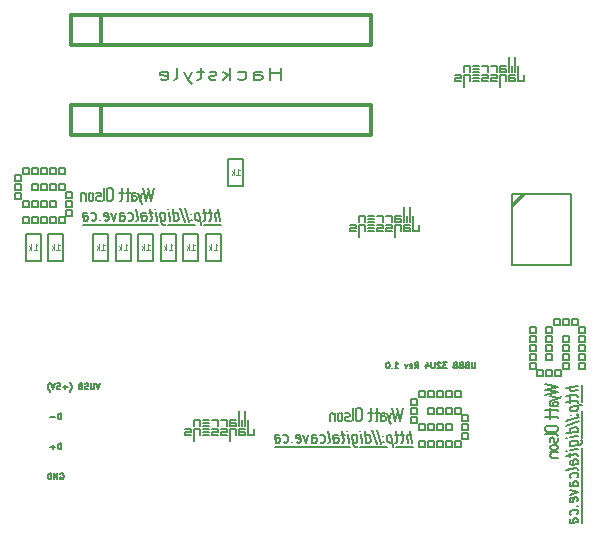
<source format=gbo>
G04 (created by PCBNEW (2014-01-10 BZR 4027)-stable) date Thursday, November 27, 2014 'pmt' 01:46:01 pm*
%MOIN*%
G04 Gerber Fmt 3.4, Leading zero omitted, Abs format*
%FSLAX34Y34*%
G01*
G70*
G90*
G04 APERTURE LIST*
%ADD10C,0.00393701*%
%ADD11C,0.005*%
%ADD12C,0.00590551*%
%ADD13C,0.011811*%
%ADD14C,0.012*%
%ADD15C,0.0045*%
G04 APERTURE END LIST*
G54D10*
G54D11*
X71902Y-38040D02*
X71921Y-38030D01*
X71950Y-38030D01*
X71978Y-38040D01*
X71997Y-38059D01*
X72007Y-38078D01*
X72016Y-38116D01*
X72016Y-38145D01*
X72007Y-38183D01*
X71997Y-38202D01*
X71978Y-38221D01*
X71950Y-38230D01*
X71930Y-38230D01*
X71902Y-38221D01*
X71892Y-38211D01*
X71892Y-38145D01*
X71930Y-38145D01*
X71807Y-38230D02*
X71807Y-38030D01*
X71692Y-38230D01*
X71692Y-38030D01*
X71597Y-38230D02*
X71597Y-38030D01*
X71550Y-38030D01*
X71521Y-38040D01*
X71502Y-38059D01*
X71492Y-38078D01*
X71483Y-38116D01*
X71483Y-38145D01*
X71492Y-38183D01*
X71502Y-38202D01*
X71521Y-38221D01*
X71550Y-38230D01*
X71597Y-38230D01*
X71926Y-37230D02*
X71926Y-37030D01*
X71878Y-37030D01*
X71850Y-37040D01*
X71830Y-37059D01*
X71821Y-37078D01*
X71811Y-37116D01*
X71811Y-37145D01*
X71821Y-37183D01*
X71830Y-37202D01*
X71850Y-37221D01*
X71878Y-37230D01*
X71926Y-37230D01*
X71726Y-37154D02*
X71573Y-37154D01*
X71650Y-37230D02*
X71650Y-37078D01*
X71926Y-36230D02*
X71926Y-36030D01*
X71878Y-36030D01*
X71850Y-36040D01*
X71830Y-36059D01*
X71821Y-36078D01*
X71811Y-36116D01*
X71811Y-36145D01*
X71821Y-36183D01*
X71830Y-36202D01*
X71850Y-36221D01*
X71878Y-36230D01*
X71926Y-36230D01*
X71726Y-36154D02*
X71573Y-36154D01*
X73230Y-35030D02*
X73164Y-35230D01*
X73097Y-35030D01*
X73030Y-35030D02*
X73030Y-35192D01*
X73021Y-35211D01*
X73011Y-35221D01*
X72992Y-35230D01*
X72954Y-35230D01*
X72935Y-35221D01*
X72926Y-35211D01*
X72916Y-35192D01*
X72916Y-35030D01*
X72830Y-35221D02*
X72802Y-35230D01*
X72754Y-35230D01*
X72735Y-35221D01*
X72726Y-35211D01*
X72716Y-35192D01*
X72716Y-35173D01*
X72726Y-35154D01*
X72735Y-35145D01*
X72754Y-35135D01*
X72792Y-35126D01*
X72811Y-35116D01*
X72821Y-35107D01*
X72830Y-35088D01*
X72830Y-35069D01*
X72821Y-35050D01*
X72811Y-35040D01*
X72792Y-35030D01*
X72745Y-35030D01*
X72716Y-35040D01*
X72564Y-35126D02*
X72535Y-35135D01*
X72526Y-35145D01*
X72516Y-35164D01*
X72516Y-35192D01*
X72526Y-35211D01*
X72535Y-35221D01*
X72554Y-35230D01*
X72630Y-35230D01*
X72630Y-35030D01*
X72564Y-35030D01*
X72545Y-35040D01*
X72535Y-35050D01*
X72526Y-35069D01*
X72526Y-35088D01*
X72535Y-35107D01*
X72545Y-35116D01*
X72564Y-35126D01*
X72630Y-35126D01*
X72221Y-35307D02*
X72230Y-35297D01*
X72250Y-35269D01*
X72259Y-35250D01*
X72269Y-35221D01*
X72278Y-35173D01*
X72278Y-35135D01*
X72269Y-35088D01*
X72259Y-35059D01*
X72250Y-35040D01*
X72230Y-35011D01*
X72221Y-35002D01*
X72145Y-35154D02*
X71992Y-35154D01*
X72069Y-35230D02*
X72069Y-35078D01*
X71802Y-35030D02*
X71897Y-35030D01*
X71907Y-35126D01*
X71897Y-35116D01*
X71878Y-35107D01*
X71830Y-35107D01*
X71811Y-35116D01*
X71802Y-35126D01*
X71792Y-35145D01*
X71792Y-35192D01*
X71802Y-35211D01*
X71811Y-35221D01*
X71830Y-35230D01*
X71878Y-35230D01*
X71897Y-35221D01*
X71907Y-35211D01*
X71735Y-35030D02*
X71669Y-35230D01*
X71602Y-35030D01*
X71554Y-35307D02*
X71545Y-35297D01*
X71526Y-35269D01*
X71516Y-35250D01*
X71507Y-35221D01*
X71497Y-35173D01*
X71497Y-35135D01*
X71507Y-35088D01*
X71516Y-35059D01*
X71526Y-35040D01*
X71545Y-35011D01*
X71554Y-35002D01*
X85726Y-34330D02*
X85726Y-34492D01*
X85716Y-34511D01*
X85707Y-34521D01*
X85688Y-34530D01*
X85650Y-34530D01*
X85630Y-34521D01*
X85621Y-34511D01*
X85611Y-34492D01*
X85611Y-34330D01*
X85450Y-34426D02*
X85421Y-34435D01*
X85411Y-34445D01*
X85402Y-34464D01*
X85402Y-34492D01*
X85411Y-34511D01*
X85421Y-34521D01*
X85440Y-34530D01*
X85516Y-34530D01*
X85516Y-34330D01*
X85450Y-34330D01*
X85430Y-34340D01*
X85421Y-34350D01*
X85411Y-34369D01*
X85411Y-34388D01*
X85421Y-34407D01*
X85430Y-34416D01*
X85450Y-34426D01*
X85516Y-34426D01*
X85250Y-34426D02*
X85221Y-34435D01*
X85211Y-34445D01*
X85202Y-34464D01*
X85202Y-34492D01*
X85211Y-34511D01*
X85221Y-34521D01*
X85240Y-34530D01*
X85316Y-34530D01*
X85316Y-34330D01*
X85250Y-34330D01*
X85230Y-34340D01*
X85221Y-34350D01*
X85211Y-34369D01*
X85211Y-34388D01*
X85221Y-34407D01*
X85230Y-34416D01*
X85250Y-34426D01*
X85316Y-34426D01*
X85050Y-34426D02*
X85021Y-34435D01*
X85011Y-34445D01*
X85002Y-34464D01*
X85002Y-34492D01*
X85011Y-34511D01*
X85021Y-34521D01*
X85040Y-34530D01*
X85116Y-34530D01*
X85116Y-34330D01*
X85050Y-34330D01*
X85030Y-34340D01*
X85021Y-34350D01*
X85011Y-34369D01*
X85011Y-34388D01*
X85021Y-34407D01*
X85030Y-34416D01*
X85050Y-34426D01*
X85116Y-34426D01*
X84783Y-34330D02*
X84659Y-34330D01*
X84726Y-34407D01*
X84697Y-34407D01*
X84678Y-34416D01*
X84669Y-34426D01*
X84659Y-34445D01*
X84659Y-34492D01*
X84669Y-34511D01*
X84678Y-34521D01*
X84697Y-34530D01*
X84754Y-34530D01*
X84773Y-34521D01*
X84783Y-34511D01*
X84583Y-34350D02*
X84573Y-34340D01*
X84554Y-34330D01*
X84507Y-34330D01*
X84488Y-34340D01*
X84478Y-34350D01*
X84469Y-34369D01*
X84469Y-34388D01*
X84478Y-34416D01*
X84592Y-34530D01*
X84469Y-34530D01*
X84383Y-34330D02*
X84383Y-34492D01*
X84373Y-34511D01*
X84364Y-34521D01*
X84345Y-34530D01*
X84307Y-34530D01*
X84288Y-34521D01*
X84278Y-34511D01*
X84269Y-34492D01*
X84269Y-34330D01*
X84088Y-34397D02*
X84088Y-34530D01*
X84135Y-34321D02*
X84183Y-34464D01*
X84059Y-34464D01*
X83716Y-34530D02*
X83783Y-34435D01*
X83830Y-34530D02*
X83830Y-34330D01*
X83754Y-34330D01*
X83735Y-34340D01*
X83726Y-34350D01*
X83716Y-34369D01*
X83716Y-34397D01*
X83726Y-34416D01*
X83735Y-34426D01*
X83754Y-34435D01*
X83830Y-34435D01*
X83554Y-34521D02*
X83573Y-34530D01*
X83611Y-34530D01*
X83630Y-34521D01*
X83640Y-34502D01*
X83640Y-34426D01*
X83630Y-34407D01*
X83611Y-34397D01*
X83573Y-34397D01*
X83554Y-34407D01*
X83545Y-34426D01*
X83545Y-34445D01*
X83640Y-34464D01*
X83478Y-34397D02*
X83430Y-34530D01*
X83383Y-34397D01*
X83049Y-34530D02*
X83164Y-34530D01*
X83107Y-34530D02*
X83107Y-34330D01*
X83126Y-34359D01*
X83145Y-34378D01*
X83164Y-34388D01*
X82964Y-34511D02*
X82954Y-34521D01*
X82964Y-34530D01*
X82973Y-34521D01*
X82964Y-34511D01*
X82964Y-34530D01*
X82830Y-34330D02*
X82811Y-34330D01*
X82792Y-34340D01*
X82783Y-34350D01*
X82773Y-34369D01*
X82764Y-34407D01*
X82764Y-34454D01*
X82773Y-34492D01*
X82783Y-34511D01*
X82792Y-34521D01*
X82811Y-34530D01*
X82830Y-34530D01*
X82849Y-34521D01*
X82859Y-34511D01*
X82869Y-34492D01*
X82878Y-34454D01*
X82878Y-34407D01*
X82869Y-34369D01*
X82859Y-34350D01*
X82849Y-34340D01*
X82830Y-34330D01*
X79250Y-24909D02*
X79250Y-24515D01*
X79250Y-24703D02*
X78907Y-24703D01*
X78907Y-24909D02*
X78907Y-24515D01*
X78364Y-24909D02*
X78364Y-24703D01*
X78392Y-24665D01*
X78450Y-24646D01*
X78564Y-24646D01*
X78621Y-24665D01*
X78364Y-24890D02*
X78421Y-24909D01*
X78564Y-24909D01*
X78621Y-24890D01*
X78650Y-24853D01*
X78650Y-24815D01*
X78621Y-24778D01*
X78564Y-24759D01*
X78421Y-24759D01*
X78364Y-24740D01*
X77821Y-24890D02*
X77878Y-24909D01*
X77992Y-24909D01*
X78050Y-24890D01*
X78078Y-24871D01*
X78107Y-24834D01*
X78107Y-24721D01*
X78078Y-24684D01*
X78050Y-24665D01*
X77992Y-24646D01*
X77878Y-24646D01*
X77821Y-24665D01*
X77564Y-24909D02*
X77564Y-24515D01*
X77507Y-24759D02*
X77335Y-24909D01*
X77335Y-24646D02*
X77564Y-24796D01*
X77107Y-24890D02*
X77050Y-24909D01*
X76935Y-24909D01*
X76878Y-24890D01*
X76850Y-24853D01*
X76850Y-24834D01*
X76878Y-24796D01*
X76935Y-24778D01*
X77021Y-24778D01*
X77078Y-24759D01*
X77107Y-24721D01*
X77107Y-24703D01*
X77078Y-24665D01*
X77021Y-24646D01*
X76935Y-24646D01*
X76878Y-24665D01*
X76678Y-24646D02*
X76450Y-24646D01*
X76592Y-24515D02*
X76592Y-24853D01*
X76564Y-24890D01*
X76507Y-24909D01*
X76450Y-24909D01*
X76307Y-24646D02*
X76164Y-24909D01*
X76021Y-24646D02*
X76164Y-24909D01*
X76221Y-25003D01*
X76250Y-25021D01*
X76307Y-25040D01*
X75707Y-24909D02*
X75764Y-24890D01*
X75792Y-24853D01*
X75792Y-24515D01*
X75250Y-24890D02*
X75307Y-24909D01*
X75421Y-24909D01*
X75478Y-24890D01*
X75507Y-24853D01*
X75507Y-24703D01*
X75478Y-24665D01*
X75421Y-24646D01*
X75307Y-24646D01*
X75250Y-24665D01*
X75221Y-24703D01*
X75221Y-24740D01*
X75507Y-24778D01*
G54D12*
X78150Y-36750D02*
X78150Y-36250D01*
X78350Y-36750D02*
X78350Y-36550D01*
X78150Y-36750D02*
X78350Y-36750D01*
X76050Y-36750D02*
X76250Y-36750D01*
X76050Y-36650D02*
X76050Y-36750D01*
X76250Y-36650D02*
X76050Y-36650D01*
X76250Y-36550D02*
X76250Y-36650D01*
X76050Y-36550D02*
X76250Y-36550D01*
X76350Y-36550D02*
X76350Y-36950D01*
X76550Y-36550D02*
X76350Y-36550D01*
X76550Y-36750D02*
X76550Y-36550D01*
X77550Y-36750D02*
X77550Y-36950D01*
X76850Y-36750D02*
X76650Y-36750D01*
X76850Y-36650D02*
X76650Y-36650D01*
X76850Y-36550D02*
X76650Y-36550D01*
X76950Y-36750D02*
X77150Y-36750D01*
X76950Y-36650D02*
X76950Y-36750D01*
X77150Y-36650D02*
X76950Y-36650D01*
X77150Y-36550D02*
X77150Y-36650D01*
X76950Y-36550D02*
X77150Y-36550D01*
X77250Y-36750D02*
X77450Y-36750D01*
X77250Y-36650D02*
X77250Y-36750D01*
X77450Y-36650D02*
X77250Y-36650D01*
X77450Y-36550D02*
X77450Y-36650D01*
X77250Y-36550D02*
X77450Y-36550D01*
X77550Y-36750D02*
X77550Y-36550D01*
X77750Y-36550D02*
X77550Y-36550D01*
X77750Y-36750D02*
X77750Y-36550D01*
X78050Y-36750D02*
X77850Y-36750D01*
X78050Y-36650D02*
X78050Y-36750D01*
X78050Y-36650D02*
X77850Y-36650D01*
X77850Y-36550D02*
X77850Y-36750D01*
X78050Y-36550D02*
X77850Y-36550D01*
X77850Y-35950D02*
X77850Y-36450D01*
X77950Y-36250D02*
X77950Y-36450D01*
X78050Y-35950D02*
X78050Y-36450D01*
X76350Y-36250D02*
X76350Y-36450D01*
X76550Y-36250D02*
X76350Y-36250D01*
X76550Y-36450D02*
X76550Y-36250D01*
X76850Y-36450D02*
X76650Y-36450D01*
X76850Y-36350D02*
X76650Y-36350D01*
X76850Y-36250D02*
X76650Y-36250D01*
X77150Y-36250D02*
X76950Y-36250D01*
X77150Y-36450D02*
X77150Y-36250D01*
X77450Y-36250D02*
X77250Y-36250D01*
X77450Y-36250D02*
X77450Y-36450D01*
X77750Y-36350D02*
X77550Y-36350D01*
X77750Y-36450D02*
X77750Y-36350D01*
X77550Y-36450D02*
X77750Y-36450D01*
X77550Y-36250D02*
X77550Y-36450D01*
X77750Y-36250D02*
X77550Y-36250D01*
X85050Y-35500D02*
X85250Y-35500D01*
X85250Y-35500D02*
X85250Y-35300D01*
X85250Y-35300D02*
X85050Y-35300D01*
X85050Y-35300D02*
X85050Y-35500D01*
X84750Y-35500D02*
X84950Y-35500D01*
X84950Y-35500D02*
X84950Y-35300D01*
X84950Y-35300D02*
X84750Y-35300D01*
X84750Y-35300D02*
X84750Y-35500D01*
X84450Y-35500D02*
X84650Y-35500D01*
X84650Y-35500D02*
X84650Y-35300D01*
X84650Y-35300D02*
X84450Y-35300D01*
X84450Y-35300D02*
X84450Y-35500D01*
X84150Y-35500D02*
X84350Y-35500D01*
X84350Y-35500D02*
X84350Y-35300D01*
X84350Y-35300D02*
X84150Y-35300D01*
X84150Y-35300D02*
X84150Y-35500D01*
X83850Y-35500D02*
X84050Y-35500D01*
X84050Y-35500D02*
X84050Y-35300D01*
X84050Y-35300D02*
X83850Y-35300D01*
X83850Y-35300D02*
X83850Y-35500D01*
X83600Y-35750D02*
X83800Y-35750D01*
X83800Y-35750D02*
X83800Y-35550D01*
X83800Y-35550D02*
X83600Y-35550D01*
X83600Y-35550D02*
X83600Y-35750D01*
X83800Y-36050D02*
X83800Y-35850D01*
X83800Y-35850D02*
X83600Y-35850D01*
X83600Y-35850D02*
X83600Y-36050D01*
X83600Y-36050D02*
X83800Y-36050D01*
X83800Y-36350D02*
X83800Y-36150D01*
X83800Y-36150D02*
X83600Y-36150D01*
X83600Y-36150D02*
X83600Y-36350D01*
X83600Y-36350D02*
X83800Y-36350D01*
X84050Y-36600D02*
X84050Y-36400D01*
X84050Y-36400D02*
X83850Y-36400D01*
X83850Y-36400D02*
X83850Y-36600D01*
X83850Y-36600D02*
X84050Y-36600D01*
X84350Y-36400D02*
X84350Y-36600D01*
X84350Y-36600D02*
X84150Y-36600D01*
X84150Y-36600D02*
X84150Y-36400D01*
X84150Y-36400D02*
X84350Y-36400D01*
X84650Y-36600D02*
X84650Y-36400D01*
X84650Y-36400D02*
X84450Y-36400D01*
X84450Y-36400D02*
X84450Y-36600D01*
X84450Y-36600D02*
X84650Y-36600D01*
X84950Y-36400D02*
X84950Y-36600D01*
X84950Y-36600D02*
X84750Y-36600D01*
X84750Y-36600D02*
X84750Y-36400D01*
X84750Y-36400D02*
X84950Y-36400D01*
X84350Y-35850D02*
X84350Y-36050D01*
X84350Y-36050D02*
X84150Y-36050D01*
X84150Y-36050D02*
X84150Y-35850D01*
X84150Y-35850D02*
X84350Y-35850D01*
X84650Y-35850D02*
X84450Y-35850D01*
X84450Y-35850D02*
X84450Y-36050D01*
X84650Y-35850D02*
X84650Y-36050D01*
X84650Y-36050D02*
X84450Y-36050D01*
X84950Y-36050D02*
X84950Y-35850D01*
X84950Y-35850D02*
X84750Y-35850D01*
X84750Y-35850D02*
X84750Y-36050D01*
X84750Y-36050D02*
X84950Y-36050D01*
X85250Y-36050D02*
X85250Y-35850D01*
X85250Y-35850D02*
X85050Y-35850D01*
X85050Y-35850D02*
X85050Y-36050D01*
X85050Y-36050D02*
X85250Y-36050D01*
X85300Y-36300D02*
X85500Y-36300D01*
X85500Y-36300D02*
X85500Y-36100D01*
X85500Y-36100D02*
X85300Y-36100D01*
X85300Y-36100D02*
X85300Y-36300D01*
X85300Y-36600D02*
X85500Y-36600D01*
X85500Y-36600D02*
X85500Y-36400D01*
X85500Y-36400D02*
X85300Y-36400D01*
X85300Y-36400D02*
X85300Y-36600D01*
X85300Y-36900D02*
X85500Y-36900D01*
X85500Y-36900D02*
X85500Y-36700D01*
X85500Y-36700D02*
X85300Y-36700D01*
X85300Y-36700D02*
X85300Y-36900D01*
X85050Y-37150D02*
X85050Y-36950D01*
X85050Y-36950D02*
X85250Y-36950D01*
X85250Y-36950D02*
X85250Y-37150D01*
X85250Y-37150D02*
X85050Y-37150D01*
X84750Y-37150D02*
X84750Y-36950D01*
X84750Y-36950D02*
X84950Y-36950D01*
X84950Y-36950D02*
X84950Y-37150D01*
X84950Y-37150D02*
X84750Y-37150D01*
X84450Y-37150D02*
X84450Y-36950D01*
X84450Y-36950D02*
X84650Y-36950D01*
X84650Y-36950D02*
X84650Y-37150D01*
X84650Y-37150D02*
X84450Y-37150D01*
X84150Y-37150D02*
X84150Y-36950D01*
X84150Y-36950D02*
X84350Y-36950D01*
X84350Y-36950D02*
X84350Y-37150D01*
X84350Y-37150D02*
X84150Y-37150D01*
X83850Y-37150D02*
X83850Y-36950D01*
X83850Y-36950D02*
X84050Y-36950D01*
X84050Y-36950D02*
X84050Y-37150D01*
X84050Y-37150D02*
X83850Y-37150D01*
G54D11*
X80890Y-36090D02*
X80890Y-36290D01*
X80970Y-36030D02*
X80950Y-36030D01*
X80950Y-36030D02*
X80910Y-36050D01*
X80910Y-36050D02*
X80890Y-36090D01*
X81010Y-36050D02*
X80970Y-36030D01*
X81010Y-36050D02*
X81070Y-36090D01*
X81070Y-36030D02*
X81070Y-36290D01*
X81310Y-36090D02*
X81310Y-36230D01*
X81310Y-36230D02*
X81290Y-36270D01*
X81290Y-36270D02*
X81250Y-36290D01*
X81250Y-36290D02*
X81210Y-36290D01*
X81210Y-36290D02*
X81170Y-36270D01*
X81170Y-36270D02*
X81150Y-36230D01*
X81150Y-36230D02*
X81150Y-36090D01*
X81150Y-36090D02*
X81170Y-36050D01*
X81170Y-36050D02*
X81210Y-36030D01*
X81210Y-36030D02*
X81230Y-36030D01*
X81250Y-36030D02*
X81290Y-36050D01*
X81290Y-36050D02*
X81310Y-36090D01*
X81510Y-36030D02*
X81410Y-36030D01*
X81510Y-36150D02*
X81450Y-36150D01*
X81510Y-36150D02*
X81550Y-36130D01*
X81550Y-36130D02*
X81570Y-36090D01*
X81570Y-36090D02*
X81550Y-36050D01*
X81550Y-36050D02*
X81510Y-36030D01*
X81550Y-36290D02*
X81450Y-36290D01*
X81450Y-36290D02*
X81410Y-36270D01*
X81410Y-36270D02*
X81390Y-36230D01*
X81390Y-36230D02*
X81390Y-36210D01*
X81390Y-36210D02*
X81410Y-36170D01*
X81410Y-36170D02*
X81450Y-36150D01*
X81650Y-36270D02*
X81610Y-36290D01*
X81670Y-35870D02*
X81670Y-36230D01*
X81670Y-36230D02*
X81650Y-36270D01*
X81950Y-35930D02*
X81950Y-36230D01*
X81950Y-36230D02*
X81930Y-36270D01*
X81930Y-36270D02*
X81890Y-36290D01*
X81890Y-36290D02*
X81810Y-36290D01*
X81810Y-36290D02*
X81770Y-36270D01*
X81770Y-36270D02*
X81750Y-36230D01*
X81750Y-36230D02*
X81750Y-35930D01*
X81750Y-35930D02*
X81770Y-35890D01*
X81770Y-35890D02*
X81810Y-35870D01*
X81810Y-35870D02*
X81890Y-35870D01*
X81890Y-35870D02*
X81930Y-35890D01*
X81930Y-35890D02*
X81950Y-35930D01*
X82250Y-36250D02*
X82230Y-36290D01*
X82250Y-35870D02*
X82250Y-36250D01*
X82330Y-36030D02*
X82170Y-36030D01*
X82290Y-36030D02*
X82250Y-35990D01*
X82210Y-36290D02*
X82230Y-36290D01*
X82430Y-36290D02*
X82450Y-36290D01*
X82510Y-36030D02*
X82470Y-35990D01*
X82550Y-36030D02*
X82390Y-36030D01*
X82470Y-35870D02*
X82470Y-36250D01*
X82470Y-36250D02*
X82450Y-36290D01*
X82750Y-36170D02*
X82750Y-36250D01*
X82750Y-36250D02*
X82710Y-36290D01*
X82610Y-36170D02*
X82670Y-36130D01*
X82670Y-36130D02*
X82710Y-36130D01*
X82710Y-36130D02*
X82750Y-36170D01*
X82710Y-36290D02*
X82670Y-36290D01*
X82670Y-36290D02*
X82610Y-36250D01*
X82710Y-36030D02*
X82630Y-36030D01*
X82630Y-36030D02*
X82610Y-36050D01*
X82610Y-36050D02*
X82610Y-36290D01*
X82730Y-36050D02*
X82710Y-36030D01*
X82790Y-36030D02*
X82890Y-36350D01*
X82890Y-36350D02*
X82930Y-36390D01*
X82930Y-36030D02*
X82870Y-36290D01*
X83150Y-35950D02*
X83070Y-36290D01*
X83070Y-36290D02*
X82970Y-35870D01*
X83330Y-35870D02*
X83230Y-36290D01*
X83230Y-36290D02*
X83130Y-35870D01*
G54D12*
X79920Y-36880D02*
X79750Y-36840D01*
X79750Y-36840D02*
X79750Y-36810D01*
X79750Y-36810D02*
X79760Y-36760D01*
X79760Y-36760D02*
X79790Y-36740D01*
X79790Y-36740D02*
X79840Y-36740D01*
X79840Y-36740D02*
X79880Y-36760D01*
X79880Y-36760D02*
X79900Y-36800D01*
X79900Y-36800D02*
X79920Y-36950D01*
X79920Y-36950D02*
X79910Y-36990D01*
X79910Y-36990D02*
X79870Y-37010D01*
X79870Y-37010D02*
X79820Y-37010D01*
X79820Y-37010D02*
X79790Y-36980D01*
X80160Y-36750D02*
X80110Y-37010D01*
X80110Y-37010D02*
X80000Y-36740D01*
X79080Y-36990D02*
X79110Y-37010D01*
X79110Y-37010D02*
X79190Y-37010D01*
X79190Y-37010D02*
X79210Y-36990D01*
X79210Y-36990D02*
X79220Y-36960D01*
X79220Y-36960D02*
X79220Y-36920D01*
X79220Y-36920D02*
X79220Y-36890D01*
X79220Y-36890D02*
X79190Y-36870D01*
X79190Y-36870D02*
X79160Y-36860D01*
X79160Y-36860D02*
X79090Y-36860D01*
X79090Y-36860D02*
X79070Y-36840D01*
X79190Y-36770D02*
X79150Y-36740D01*
X79150Y-36740D02*
X79090Y-36740D01*
X79090Y-36740D02*
X79060Y-36760D01*
X79060Y-36760D02*
X79050Y-36800D01*
X79050Y-36800D02*
X79080Y-37010D01*
X80280Y-36800D02*
X80310Y-37010D01*
X80290Y-36760D02*
X80280Y-36800D01*
X80320Y-36740D02*
X80290Y-36760D01*
X80380Y-36740D02*
X80320Y-36740D01*
X80420Y-36770D02*
X80380Y-36740D01*
X80320Y-36860D02*
X80300Y-36840D01*
X80390Y-36860D02*
X80320Y-36860D01*
X80420Y-36870D02*
X80390Y-36860D01*
X80450Y-36890D02*
X80420Y-36870D01*
X80450Y-36920D02*
X80450Y-36890D01*
X80450Y-36960D02*
X80450Y-36920D01*
X80440Y-36990D02*
X80450Y-36960D01*
X80420Y-37010D02*
X80440Y-36990D01*
X80340Y-37010D02*
X80420Y-37010D01*
X80310Y-36990D02*
X80340Y-37010D01*
X79380Y-37010D02*
X79350Y-36990D01*
X79420Y-37010D02*
X79380Y-37010D01*
X79450Y-37000D02*
X79420Y-37010D01*
X79490Y-36970D02*
X79450Y-37000D01*
X79490Y-36870D02*
X79490Y-36970D01*
X79490Y-36820D02*
X79490Y-36870D01*
X79470Y-36790D02*
X79490Y-36820D01*
X79450Y-36760D02*
X79470Y-36790D01*
X79410Y-36740D02*
X79450Y-36760D01*
X79350Y-36740D02*
X79410Y-36740D01*
X79320Y-36770D02*
X79350Y-36740D01*
X80550Y-36770D02*
X80580Y-36740D01*
X80580Y-36740D02*
X80640Y-36740D01*
X80640Y-36740D02*
X80680Y-36760D01*
X80680Y-36760D02*
X80700Y-36790D01*
X80700Y-36790D02*
X80720Y-36820D01*
X80720Y-36820D02*
X80720Y-36870D01*
X80720Y-36870D02*
X80720Y-36970D01*
X80720Y-36970D02*
X80680Y-37000D01*
X80680Y-37000D02*
X80650Y-37010D01*
X80650Y-37010D02*
X80610Y-37010D01*
X80610Y-37010D02*
X80580Y-36990D01*
X80840Y-36620D02*
X80890Y-36960D01*
X80890Y-36960D02*
X80880Y-36990D01*
X80880Y-36990D02*
X80840Y-37020D01*
X81040Y-36990D02*
X81070Y-37010D01*
X81070Y-37010D02*
X81150Y-37010D01*
X81150Y-37010D02*
X81170Y-36990D01*
X81170Y-36990D02*
X81180Y-36960D01*
X81180Y-36960D02*
X81180Y-36920D01*
X81180Y-36920D02*
X81180Y-36890D01*
X81180Y-36890D02*
X81150Y-36870D01*
X81150Y-36870D02*
X81120Y-36860D01*
X81120Y-36860D02*
X81050Y-36860D01*
X81050Y-36860D02*
X81030Y-36840D01*
X81150Y-36770D02*
X81110Y-36740D01*
X81110Y-36740D02*
X81050Y-36740D01*
X81050Y-36740D02*
X81020Y-36760D01*
X81020Y-36760D02*
X81010Y-36800D01*
X81010Y-36800D02*
X81040Y-37010D01*
X81320Y-37010D02*
X81280Y-37020D01*
X81340Y-36990D02*
X81320Y-37010D01*
X81350Y-36950D02*
X81340Y-36990D01*
X81310Y-36610D02*
X81350Y-36950D01*
X81390Y-36740D02*
X81260Y-36740D01*
X81640Y-36760D02*
X81670Y-36740D01*
X81670Y-36740D02*
X81710Y-36740D01*
X81710Y-36740D02*
X81760Y-36760D01*
X81760Y-36760D02*
X81780Y-36790D01*
X81780Y-36790D02*
X81790Y-36820D01*
X81790Y-36820D02*
X81810Y-36930D01*
X81810Y-36930D02*
X81790Y-36990D01*
X81790Y-36990D02*
X81750Y-37010D01*
X81750Y-37010D02*
X81700Y-37010D01*
X81700Y-37010D02*
X81670Y-36980D01*
X81630Y-36750D02*
X81670Y-37070D01*
X81670Y-37070D02*
X81700Y-37110D01*
X81700Y-37110D02*
X81710Y-37120D01*
X81710Y-37120D02*
X81720Y-37130D01*
X81720Y-37130D02*
X81740Y-37140D01*
X81740Y-37140D02*
X81780Y-37140D01*
X81780Y-37140D02*
X81800Y-37140D01*
X81800Y-37140D02*
X81820Y-37120D01*
X82110Y-36990D02*
X82130Y-37010D01*
X82130Y-37010D02*
X82190Y-37010D01*
X82190Y-37010D02*
X82230Y-36990D01*
X82230Y-36990D02*
X82240Y-36970D01*
X82240Y-36970D02*
X82250Y-36940D01*
X82250Y-36940D02*
X82230Y-36820D01*
X82230Y-36820D02*
X82220Y-36780D01*
X82220Y-36780D02*
X82190Y-36760D01*
X82190Y-36760D02*
X82160Y-36740D01*
X82160Y-36740D02*
X82120Y-36740D01*
X82120Y-36740D02*
X82080Y-36760D01*
X82060Y-36610D02*
X82110Y-37020D01*
X79630Y-36990D02*
X79640Y-37000D01*
X79630Y-37000D02*
X79630Y-36990D01*
X79640Y-36990D02*
X79630Y-37000D01*
X81480Y-36730D02*
X81520Y-37010D01*
X81470Y-36620D02*
X81460Y-36630D01*
X81460Y-36630D02*
X81460Y-36620D01*
X81460Y-36620D02*
X81470Y-36630D01*
X81900Y-36620D02*
X81910Y-36630D01*
X81900Y-36630D02*
X81900Y-36620D01*
X81910Y-36620D02*
X81900Y-36630D01*
X82670Y-36990D02*
X82680Y-37000D01*
X82670Y-37000D02*
X82670Y-36990D01*
X82680Y-36990D02*
X82670Y-37000D01*
X82660Y-36780D02*
X82650Y-36790D01*
X82650Y-36790D02*
X82650Y-36780D01*
X82650Y-36780D02*
X82660Y-36790D01*
X81920Y-36730D02*
X81960Y-37010D01*
X82970Y-37010D02*
X82880Y-37010D01*
X82880Y-37010D02*
X82810Y-36970D01*
X82810Y-36970D02*
X82790Y-36830D01*
X82790Y-36830D02*
X82800Y-36790D01*
X82800Y-36790D02*
X82830Y-36750D01*
X82830Y-36750D02*
X82870Y-36740D01*
X82870Y-36740D02*
X82890Y-36740D01*
X82890Y-36740D02*
X82930Y-36770D01*
X82930Y-36750D02*
X82990Y-37150D01*
X83110Y-37010D02*
X83070Y-37020D01*
X83130Y-36990D02*
X83110Y-37010D01*
X83140Y-36950D02*
X83130Y-36990D01*
X83100Y-36610D02*
X83140Y-36950D01*
X83180Y-36740D02*
X83050Y-36740D01*
X83360Y-36740D02*
X83230Y-36740D01*
X83280Y-36610D02*
X83320Y-36950D01*
X83320Y-36950D02*
X83310Y-36990D01*
X83310Y-36990D02*
X83290Y-37010D01*
X83290Y-37010D02*
X83250Y-37020D01*
X83590Y-36780D02*
X83560Y-36740D01*
X83560Y-36740D02*
X83500Y-36750D01*
X83500Y-36750D02*
X83470Y-36770D01*
X83470Y-36770D02*
X83460Y-36800D01*
X83460Y-36800D02*
X83490Y-37020D01*
X83570Y-36610D02*
X83620Y-37020D01*
X82300Y-36600D02*
X82450Y-37050D01*
X82450Y-36600D02*
X82600Y-37050D01*
X81560Y-37150D02*
X79060Y-37150D01*
X81910Y-37150D02*
X82810Y-37150D01*
X83650Y-37150D02*
X83100Y-37150D01*
G54D13*
X87320Y-28758D02*
X87005Y-29073D01*
G54D12*
X86965Y-28718D02*
X88934Y-28718D01*
X88934Y-28718D02*
X88934Y-31081D01*
X88934Y-31081D02*
X86965Y-31081D01*
X86965Y-31081D02*
X86965Y-28718D01*
G54D11*
X76750Y-30050D02*
X76750Y-30950D01*
X76750Y-30950D02*
X77250Y-30950D01*
X77250Y-30950D02*
X77250Y-30050D01*
X77250Y-30050D02*
X76750Y-30050D01*
X73750Y-30050D02*
X73750Y-30950D01*
X73750Y-30950D02*
X74250Y-30950D01*
X74250Y-30950D02*
X74250Y-30050D01*
X74250Y-30050D02*
X73750Y-30050D01*
X76000Y-30050D02*
X76000Y-30950D01*
X76000Y-30950D02*
X76500Y-30950D01*
X76500Y-30950D02*
X76500Y-30050D01*
X76500Y-30050D02*
X76000Y-30050D01*
X78000Y-28450D02*
X78000Y-27550D01*
X78000Y-27550D02*
X77500Y-27550D01*
X77500Y-27550D02*
X77500Y-28450D01*
X77500Y-28450D02*
X78000Y-28450D01*
X73000Y-30050D02*
X73000Y-30950D01*
X73000Y-30950D02*
X73500Y-30950D01*
X73500Y-30950D02*
X73500Y-30050D01*
X73500Y-30050D02*
X73000Y-30050D01*
X75250Y-30050D02*
X75250Y-30950D01*
X75250Y-30950D02*
X75750Y-30950D01*
X75750Y-30950D02*
X75750Y-30050D01*
X75750Y-30050D02*
X75250Y-30050D01*
X71500Y-30050D02*
X71500Y-30950D01*
X71500Y-30950D02*
X72000Y-30950D01*
X72000Y-30950D02*
X72000Y-30050D01*
X72000Y-30050D02*
X71500Y-30050D01*
X74500Y-30050D02*
X74500Y-30950D01*
X74500Y-30950D02*
X75000Y-30950D01*
X75000Y-30950D02*
X75000Y-30050D01*
X75000Y-30050D02*
X74500Y-30050D01*
X70750Y-30050D02*
X70750Y-30950D01*
X70750Y-30950D02*
X71250Y-30950D01*
X71250Y-30950D02*
X71250Y-30050D01*
X71250Y-30050D02*
X70750Y-30050D01*
G54D12*
X87750Y-33350D02*
X87750Y-33150D01*
X87750Y-33150D02*
X87550Y-33150D01*
X87550Y-33150D02*
X87550Y-33350D01*
X87550Y-33350D02*
X87750Y-33350D01*
X87750Y-33650D02*
X87750Y-33450D01*
X87750Y-33450D02*
X87550Y-33450D01*
X87550Y-33450D02*
X87550Y-33650D01*
X87550Y-33650D02*
X87750Y-33650D01*
X87750Y-33950D02*
X87750Y-33750D01*
X87750Y-33750D02*
X87550Y-33750D01*
X87550Y-33750D02*
X87550Y-33950D01*
X87550Y-33950D02*
X87750Y-33950D01*
X87750Y-34250D02*
X87750Y-34050D01*
X87750Y-34050D02*
X87550Y-34050D01*
X87550Y-34050D02*
X87550Y-34250D01*
X87550Y-34250D02*
X87750Y-34250D01*
X87750Y-34550D02*
X87750Y-34350D01*
X87750Y-34350D02*
X87550Y-34350D01*
X87550Y-34350D02*
X87550Y-34550D01*
X87550Y-34550D02*
X87750Y-34550D01*
X88000Y-34800D02*
X88000Y-34600D01*
X88000Y-34600D02*
X87800Y-34600D01*
X87800Y-34600D02*
X87800Y-34800D01*
X87800Y-34800D02*
X88000Y-34800D01*
X88300Y-34600D02*
X88100Y-34600D01*
X88100Y-34600D02*
X88100Y-34800D01*
X88100Y-34800D02*
X88300Y-34800D01*
X88300Y-34800D02*
X88300Y-34600D01*
X88600Y-34600D02*
X88400Y-34600D01*
X88400Y-34600D02*
X88400Y-34800D01*
X88400Y-34800D02*
X88600Y-34800D01*
X88600Y-34800D02*
X88600Y-34600D01*
X88850Y-34350D02*
X88650Y-34350D01*
X88650Y-34350D02*
X88650Y-34550D01*
X88650Y-34550D02*
X88850Y-34550D01*
X88850Y-34550D02*
X88850Y-34350D01*
X88650Y-34050D02*
X88850Y-34050D01*
X88850Y-34050D02*
X88850Y-34250D01*
X88850Y-34250D02*
X88650Y-34250D01*
X88650Y-34250D02*
X88650Y-34050D01*
X88850Y-33750D02*
X88650Y-33750D01*
X88650Y-33750D02*
X88650Y-33950D01*
X88650Y-33950D02*
X88850Y-33950D01*
X88850Y-33950D02*
X88850Y-33750D01*
X88650Y-33450D02*
X88850Y-33450D01*
X88850Y-33450D02*
X88850Y-33650D01*
X88850Y-33650D02*
X88650Y-33650D01*
X88650Y-33650D02*
X88650Y-33450D01*
X88100Y-34050D02*
X88300Y-34050D01*
X88300Y-34050D02*
X88300Y-34250D01*
X88300Y-34250D02*
X88100Y-34250D01*
X88100Y-34250D02*
X88100Y-34050D01*
X88100Y-33750D02*
X88100Y-33950D01*
X88100Y-33950D02*
X88300Y-33950D01*
X88100Y-33750D02*
X88300Y-33750D01*
X88300Y-33750D02*
X88300Y-33950D01*
X88300Y-33450D02*
X88100Y-33450D01*
X88100Y-33450D02*
X88100Y-33650D01*
X88100Y-33650D02*
X88300Y-33650D01*
X88300Y-33650D02*
X88300Y-33450D01*
X88300Y-33150D02*
X88100Y-33150D01*
X88100Y-33150D02*
X88100Y-33350D01*
X88100Y-33350D02*
X88300Y-33350D01*
X88300Y-33350D02*
X88300Y-33150D01*
X88550Y-33100D02*
X88550Y-32900D01*
X88550Y-32900D02*
X88350Y-32900D01*
X88350Y-32900D02*
X88350Y-33100D01*
X88350Y-33100D02*
X88550Y-33100D01*
X88850Y-33100D02*
X88850Y-32900D01*
X88850Y-32900D02*
X88650Y-32900D01*
X88650Y-32900D02*
X88650Y-33100D01*
X88650Y-33100D02*
X88850Y-33100D01*
X89150Y-33100D02*
X89150Y-32900D01*
X89150Y-32900D02*
X88950Y-32900D01*
X88950Y-32900D02*
X88950Y-33100D01*
X88950Y-33100D02*
X89150Y-33100D01*
X89400Y-33350D02*
X89200Y-33350D01*
X89200Y-33350D02*
X89200Y-33150D01*
X89200Y-33150D02*
X89400Y-33150D01*
X89400Y-33150D02*
X89400Y-33350D01*
X89400Y-33650D02*
X89200Y-33650D01*
X89200Y-33650D02*
X89200Y-33450D01*
X89200Y-33450D02*
X89400Y-33450D01*
X89400Y-33450D02*
X89400Y-33650D01*
X89400Y-33950D02*
X89200Y-33950D01*
X89200Y-33950D02*
X89200Y-33750D01*
X89200Y-33750D02*
X89400Y-33750D01*
X89400Y-33750D02*
X89400Y-33950D01*
X89400Y-34250D02*
X89200Y-34250D01*
X89200Y-34250D02*
X89200Y-34050D01*
X89200Y-34050D02*
X89400Y-34050D01*
X89400Y-34050D02*
X89400Y-34250D01*
X89400Y-34550D02*
X89200Y-34550D01*
X89200Y-34550D02*
X89200Y-34350D01*
X89200Y-34350D02*
X89400Y-34350D01*
X89400Y-34350D02*
X89400Y-34550D01*
X87150Y-24950D02*
X87150Y-24450D01*
X87350Y-24950D02*
X87350Y-24750D01*
X87150Y-24950D02*
X87350Y-24950D01*
X85050Y-24950D02*
X85250Y-24950D01*
X85050Y-24850D02*
X85050Y-24950D01*
X85250Y-24850D02*
X85050Y-24850D01*
X85250Y-24750D02*
X85250Y-24850D01*
X85050Y-24750D02*
X85250Y-24750D01*
X85350Y-24750D02*
X85350Y-25150D01*
X85550Y-24750D02*
X85350Y-24750D01*
X85550Y-24950D02*
X85550Y-24750D01*
X86550Y-24950D02*
X86550Y-25150D01*
X85850Y-24950D02*
X85650Y-24950D01*
X85850Y-24850D02*
X85650Y-24850D01*
X85850Y-24750D02*
X85650Y-24750D01*
X85950Y-24950D02*
X86150Y-24950D01*
X85950Y-24850D02*
X85950Y-24950D01*
X86150Y-24850D02*
X85950Y-24850D01*
X86150Y-24750D02*
X86150Y-24850D01*
X85950Y-24750D02*
X86150Y-24750D01*
X86250Y-24950D02*
X86450Y-24950D01*
X86250Y-24850D02*
X86250Y-24950D01*
X86450Y-24850D02*
X86250Y-24850D01*
X86450Y-24750D02*
X86450Y-24850D01*
X86250Y-24750D02*
X86450Y-24750D01*
X86550Y-24950D02*
X86550Y-24750D01*
X86750Y-24750D02*
X86550Y-24750D01*
X86750Y-24950D02*
X86750Y-24750D01*
X87050Y-24950D02*
X86850Y-24950D01*
X87050Y-24850D02*
X87050Y-24950D01*
X87050Y-24850D02*
X86850Y-24850D01*
X86850Y-24750D02*
X86850Y-24950D01*
X87050Y-24750D02*
X86850Y-24750D01*
X86850Y-24150D02*
X86850Y-24650D01*
X86950Y-24450D02*
X86950Y-24650D01*
X87050Y-24150D02*
X87050Y-24650D01*
X85350Y-24450D02*
X85350Y-24650D01*
X85550Y-24450D02*
X85350Y-24450D01*
X85550Y-24650D02*
X85550Y-24450D01*
X85850Y-24650D02*
X85650Y-24650D01*
X85850Y-24550D02*
X85650Y-24550D01*
X85850Y-24450D02*
X85650Y-24450D01*
X86150Y-24450D02*
X85950Y-24450D01*
X86150Y-24650D02*
X86150Y-24450D01*
X86450Y-24450D02*
X86250Y-24450D01*
X86450Y-24450D02*
X86450Y-24650D01*
X86750Y-24550D02*
X86550Y-24550D01*
X86750Y-24650D02*
X86750Y-24550D01*
X86550Y-24650D02*
X86750Y-24650D01*
X86550Y-24450D02*
X86550Y-24650D01*
X86750Y-24450D02*
X86550Y-24450D01*
X83650Y-29950D02*
X83650Y-29450D01*
X83850Y-29950D02*
X83850Y-29750D01*
X83650Y-29950D02*
X83850Y-29950D01*
X81550Y-29950D02*
X81750Y-29950D01*
X81550Y-29850D02*
X81550Y-29950D01*
X81750Y-29850D02*
X81550Y-29850D01*
X81750Y-29750D02*
X81750Y-29850D01*
X81550Y-29750D02*
X81750Y-29750D01*
X81850Y-29750D02*
X81850Y-30150D01*
X82050Y-29750D02*
X81850Y-29750D01*
X82050Y-29950D02*
X82050Y-29750D01*
X83050Y-29950D02*
X83050Y-30150D01*
X82350Y-29950D02*
X82150Y-29950D01*
X82350Y-29850D02*
X82150Y-29850D01*
X82350Y-29750D02*
X82150Y-29750D01*
X82450Y-29950D02*
X82650Y-29950D01*
X82450Y-29850D02*
X82450Y-29950D01*
X82650Y-29850D02*
X82450Y-29850D01*
X82650Y-29750D02*
X82650Y-29850D01*
X82450Y-29750D02*
X82650Y-29750D01*
X82750Y-29950D02*
X82950Y-29950D01*
X82750Y-29850D02*
X82750Y-29950D01*
X82950Y-29850D02*
X82750Y-29850D01*
X82950Y-29750D02*
X82950Y-29850D01*
X82750Y-29750D02*
X82950Y-29750D01*
X83050Y-29950D02*
X83050Y-29750D01*
X83250Y-29750D02*
X83050Y-29750D01*
X83250Y-29950D02*
X83250Y-29750D01*
X83550Y-29950D02*
X83350Y-29950D01*
X83550Y-29850D02*
X83550Y-29950D01*
X83550Y-29850D02*
X83350Y-29850D01*
X83350Y-29750D02*
X83350Y-29950D01*
X83550Y-29750D02*
X83350Y-29750D01*
X83350Y-29150D02*
X83350Y-29650D01*
X83450Y-29450D02*
X83450Y-29650D01*
X83550Y-29150D02*
X83550Y-29650D01*
X81850Y-29450D02*
X81850Y-29650D01*
X82050Y-29450D02*
X81850Y-29450D01*
X82050Y-29650D02*
X82050Y-29450D01*
X82350Y-29650D02*
X82150Y-29650D01*
X82350Y-29550D02*
X82150Y-29550D01*
X82350Y-29450D02*
X82150Y-29450D01*
X82650Y-29450D02*
X82450Y-29450D01*
X82650Y-29650D02*
X82650Y-29450D01*
X82950Y-29450D02*
X82750Y-29450D01*
X82950Y-29450D02*
X82950Y-29650D01*
X83250Y-29550D02*
X83050Y-29550D01*
X83250Y-29650D02*
X83250Y-29550D01*
X83050Y-29650D02*
X83250Y-29650D01*
X83050Y-29450D02*
X83050Y-29650D01*
X83250Y-29450D02*
X83050Y-29450D01*
G54D14*
X72250Y-25750D02*
X72250Y-26750D01*
X72250Y-26750D02*
X82250Y-26750D01*
X82250Y-26750D02*
X82250Y-25750D01*
X82250Y-25750D02*
X72250Y-25750D01*
X73250Y-25750D02*
X73250Y-26750D01*
X72250Y-22750D02*
X72250Y-23750D01*
X72250Y-23750D02*
X82250Y-23750D01*
X82250Y-23750D02*
X82250Y-22750D01*
X82250Y-22750D02*
X72250Y-22750D01*
X73250Y-22750D02*
X73250Y-23750D01*
G54D12*
X71850Y-28050D02*
X72050Y-28050D01*
X72050Y-28050D02*
X72050Y-27850D01*
X72050Y-27850D02*
X71850Y-27850D01*
X71850Y-27850D02*
X71850Y-28050D01*
X71550Y-28050D02*
X71750Y-28050D01*
X71750Y-28050D02*
X71750Y-27850D01*
X71750Y-27850D02*
X71550Y-27850D01*
X71550Y-27850D02*
X71550Y-28050D01*
X71250Y-28050D02*
X71450Y-28050D01*
X71450Y-28050D02*
X71450Y-27850D01*
X71450Y-27850D02*
X71250Y-27850D01*
X71250Y-27850D02*
X71250Y-28050D01*
X70950Y-28050D02*
X71150Y-28050D01*
X71150Y-28050D02*
X71150Y-27850D01*
X71150Y-27850D02*
X70950Y-27850D01*
X70950Y-27850D02*
X70950Y-28050D01*
X70650Y-28050D02*
X70850Y-28050D01*
X70850Y-28050D02*
X70850Y-27850D01*
X70850Y-27850D02*
X70650Y-27850D01*
X70650Y-27850D02*
X70650Y-28050D01*
X70400Y-28300D02*
X70600Y-28300D01*
X70600Y-28300D02*
X70600Y-28100D01*
X70600Y-28100D02*
X70400Y-28100D01*
X70400Y-28100D02*
X70400Y-28300D01*
X70600Y-28600D02*
X70600Y-28400D01*
X70600Y-28400D02*
X70400Y-28400D01*
X70400Y-28400D02*
X70400Y-28600D01*
X70400Y-28600D02*
X70600Y-28600D01*
X70600Y-28900D02*
X70600Y-28700D01*
X70600Y-28700D02*
X70400Y-28700D01*
X70400Y-28700D02*
X70400Y-28900D01*
X70400Y-28900D02*
X70600Y-28900D01*
X70850Y-29150D02*
X70850Y-28950D01*
X70850Y-28950D02*
X70650Y-28950D01*
X70650Y-28950D02*
X70650Y-29150D01*
X70650Y-29150D02*
X70850Y-29150D01*
X71150Y-28950D02*
X71150Y-29150D01*
X71150Y-29150D02*
X70950Y-29150D01*
X70950Y-29150D02*
X70950Y-28950D01*
X70950Y-28950D02*
X71150Y-28950D01*
X71450Y-29150D02*
X71450Y-28950D01*
X71450Y-28950D02*
X71250Y-28950D01*
X71250Y-28950D02*
X71250Y-29150D01*
X71250Y-29150D02*
X71450Y-29150D01*
X71750Y-28950D02*
X71750Y-29150D01*
X71750Y-29150D02*
X71550Y-29150D01*
X71550Y-29150D02*
X71550Y-28950D01*
X71550Y-28950D02*
X71750Y-28950D01*
X71150Y-28400D02*
X71150Y-28600D01*
X71150Y-28600D02*
X70950Y-28600D01*
X70950Y-28600D02*
X70950Y-28400D01*
X70950Y-28400D02*
X71150Y-28400D01*
X71450Y-28400D02*
X71250Y-28400D01*
X71250Y-28400D02*
X71250Y-28600D01*
X71450Y-28400D02*
X71450Y-28600D01*
X71450Y-28600D02*
X71250Y-28600D01*
X71750Y-28600D02*
X71750Y-28400D01*
X71750Y-28400D02*
X71550Y-28400D01*
X71550Y-28400D02*
X71550Y-28600D01*
X71550Y-28600D02*
X71750Y-28600D01*
X72050Y-28600D02*
X72050Y-28400D01*
X72050Y-28400D02*
X71850Y-28400D01*
X71850Y-28400D02*
X71850Y-28600D01*
X71850Y-28600D02*
X72050Y-28600D01*
X72100Y-28850D02*
X72300Y-28850D01*
X72300Y-28850D02*
X72300Y-28650D01*
X72300Y-28650D02*
X72100Y-28650D01*
X72100Y-28650D02*
X72100Y-28850D01*
X72100Y-29150D02*
X72300Y-29150D01*
X72300Y-29150D02*
X72300Y-28950D01*
X72300Y-28950D02*
X72100Y-28950D01*
X72100Y-28950D02*
X72100Y-29150D01*
X72100Y-29450D02*
X72300Y-29450D01*
X72300Y-29450D02*
X72300Y-29250D01*
X72300Y-29250D02*
X72100Y-29250D01*
X72100Y-29250D02*
X72100Y-29450D01*
X71850Y-29700D02*
X71850Y-29500D01*
X71850Y-29500D02*
X72050Y-29500D01*
X72050Y-29500D02*
X72050Y-29700D01*
X72050Y-29700D02*
X71850Y-29700D01*
X71550Y-29700D02*
X71550Y-29500D01*
X71550Y-29500D02*
X71750Y-29500D01*
X71750Y-29500D02*
X71750Y-29700D01*
X71750Y-29700D02*
X71550Y-29700D01*
X71250Y-29700D02*
X71250Y-29500D01*
X71250Y-29500D02*
X71450Y-29500D01*
X71450Y-29500D02*
X71450Y-29700D01*
X71450Y-29700D02*
X71250Y-29700D01*
X70950Y-29700D02*
X70950Y-29500D01*
X70950Y-29500D02*
X71150Y-29500D01*
X71150Y-29500D02*
X71150Y-29700D01*
X71150Y-29700D02*
X70950Y-29700D01*
X70650Y-29700D02*
X70650Y-29500D01*
X70650Y-29500D02*
X70850Y-29500D01*
X70850Y-29500D02*
X70850Y-29700D01*
X70850Y-29700D02*
X70650Y-29700D01*
X73520Y-29480D02*
X73350Y-29440D01*
X73350Y-29440D02*
X73350Y-29410D01*
X73350Y-29410D02*
X73360Y-29360D01*
X73360Y-29360D02*
X73390Y-29340D01*
X73390Y-29340D02*
X73440Y-29340D01*
X73440Y-29340D02*
X73480Y-29360D01*
X73480Y-29360D02*
X73500Y-29400D01*
X73500Y-29400D02*
X73520Y-29550D01*
X73520Y-29550D02*
X73510Y-29590D01*
X73510Y-29590D02*
X73470Y-29610D01*
X73470Y-29610D02*
X73420Y-29610D01*
X73420Y-29610D02*
X73390Y-29580D01*
X73760Y-29350D02*
X73710Y-29610D01*
X73710Y-29610D02*
X73600Y-29340D01*
X72680Y-29590D02*
X72710Y-29610D01*
X72710Y-29610D02*
X72790Y-29610D01*
X72790Y-29610D02*
X72810Y-29590D01*
X72810Y-29590D02*
X72820Y-29560D01*
X72820Y-29560D02*
X72820Y-29520D01*
X72820Y-29520D02*
X72820Y-29490D01*
X72820Y-29490D02*
X72790Y-29470D01*
X72790Y-29470D02*
X72760Y-29460D01*
X72760Y-29460D02*
X72690Y-29460D01*
X72690Y-29460D02*
X72670Y-29440D01*
X72790Y-29370D02*
X72750Y-29340D01*
X72750Y-29340D02*
X72690Y-29340D01*
X72690Y-29340D02*
X72660Y-29360D01*
X72660Y-29360D02*
X72650Y-29400D01*
X72650Y-29400D02*
X72680Y-29610D01*
X73880Y-29400D02*
X73910Y-29610D01*
X73890Y-29360D02*
X73880Y-29400D01*
X73920Y-29340D02*
X73890Y-29360D01*
X73980Y-29340D02*
X73920Y-29340D01*
X74020Y-29370D02*
X73980Y-29340D01*
X73920Y-29460D02*
X73900Y-29440D01*
X73990Y-29460D02*
X73920Y-29460D01*
X74020Y-29470D02*
X73990Y-29460D01*
X74050Y-29490D02*
X74020Y-29470D01*
X74050Y-29520D02*
X74050Y-29490D01*
X74050Y-29560D02*
X74050Y-29520D01*
X74040Y-29590D02*
X74050Y-29560D01*
X74020Y-29610D02*
X74040Y-29590D01*
X73940Y-29610D02*
X74020Y-29610D01*
X73910Y-29590D02*
X73940Y-29610D01*
X72980Y-29610D02*
X72950Y-29590D01*
X73020Y-29610D02*
X72980Y-29610D01*
X73050Y-29600D02*
X73020Y-29610D01*
X73090Y-29570D02*
X73050Y-29600D01*
X73090Y-29470D02*
X73090Y-29570D01*
X73090Y-29420D02*
X73090Y-29470D01*
X73070Y-29390D02*
X73090Y-29420D01*
X73050Y-29360D02*
X73070Y-29390D01*
X73010Y-29340D02*
X73050Y-29360D01*
X72950Y-29340D02*
X73010Y-29340D01*
X72920Y-29370D02*
X72950Y-29340D01*
X74150Y-29370D02*
X74180Y-29340D01*
X74180Y-29340D02*
X74240Y-29340D01*
X74240Y-29340D02*
X74280Y-29360D01*
X74280Y-29360D02*
X74300Y-29390D01*
X74300Y-29390D02*
X74320Y-29420D01*
X74320Y-29420D02*
X74320Y-29470D01*
X74320Y-29470D02*
X74320Y-29570D01*
X74320Y-29570D02*
X74280Y-29600D01*
X74280Y-29600D02*
X74250Y-29610D01*
X74250Y-29610D02*
X74210Y-29610D01*
X74210Y-29610D02*
X74180Y-29590D01*
X74440Y-29220D02*
X74490Y-29560D01*
X74490Y-29560D02*
X74480Y-29590D01*
X74480Y-29590D02*
X74440Y-29620D01*
X74640Y-29590D02*
X74670Y-29610D01*
X74670Y-29610D02*
X74750Y-29610D01*
X74750Y-29610D02*
X74770Y-29590D01*
X74770Y-29590D02*
X74780Y-29560D01*
X74780Y-29560D02*
X74780Y-29520D01*
X74780Y-29520D02*
X74780Y-29490D01*
X74780Y-29490D02*
X74750Y-29470D01*
X74750Y-29470D02*
X74720Y-29460D01*
X74720Y-29460D02*
X74650Y-29460D01*
X74650Y-29460D02*
X74630Y-29440D01*
X74750Y-29370D02*
X74710Y-29340D01*
X74710Y-29340D02*
X74650Y-29340D01*
X74650Y-29340D02*
X74620Y-29360D01*
X74620Y-29360D02*
X74610Y-29400D01*
X74610Y-29400D02*
X74640Y-29610D01*
X74920Y-29610D02*
X74880Y-29620D01*
X74940Y-29590D02*
X74920Y-29610D01*
X74950Y-29550D02*
X74940Y-29590D01*
X74910Y-29210D02*
X74950Y-29550D01*
X74990Y-29340D02*
X74860Y-29340D01*
X75240Y-29360D02*
X75270Y-29340D01*
X75270Y-29340D02*
X75310Y-29340D01*
X75310Y-29340D02*
X75360Y-29360D01*
X75360Y-29360D02*
X75380Y-29390D01*
X75380Y-29390D02*
X75390Y-29420D01*
X75390Y-29420D02*
X75410Y-29530D01*
X75410Y-29530D02*
X75390Y-29590D01*
X75390Y-29590D02*
X75350Y-29610D01*
X75350Y-29610D02*
X75300Y-29610D01*
X75300Y-29610D02*
X75270Y-29580D01*
X75230Y-29350D02*
X75270Y-29670D01*
X75270Y-29670D02*
X75300Y-29710D01*
X75300Y-29710D02*
X75310Y-29720D01*
X75310Y-29720D02*
X75320Y-29730D01*
X75320Y-29730D02*
X75340Y-29740D01*
X75340Y-29740D02*
X75380Y-29740D01*
X75380Y-29740D02*
X75400Y-29740D01*
X75400Y-29740D02*
X75420Y-29720D01*
X75710Y-29590D02*
X75730Y-29610D01*
X75730Y-29610D02*
X75790Y-29610D01*
X75790Y-29610D02*
X75830Y-29590D01*
X75830Y-29590D02*
X75840Y-29570D01*
X75840Y-29570D02*
X75850Y-29540D01*
X75850Y-29540D02*
X75830Y-29420D01*
X75830Y-29420D02*
X75820Y-29380D01*
X75820Y-29380D02*
X75790Y-29360D01*
X75790Y-29360D02*
X75760Y-29340D01*
X75760Y-29340D02*
X75720Y-29340D01*
X75720Y-29340D02*
X75680Y-29360D01*
X75660Y-29210D02*
X75710Y-29620D01*
X73230Y-29590D02*
X73240Y-29600D01*
X73230Y-29600D02*
X73230Y-29590D01*
X73240Y-29590D02*
X73230Y-29600D01*
X75080Y-29330D02*
X75120Y-29610D01*
X75070Y-29220D02*
X75060Y-29230D01*
X75060Y-29230D02*
X75060Y-29220D01*
X75060Y-29220D02*
X75070Y-29230D01*
X75500Y-29220D02*
X75510Y-29230D01*
X75500Y-29230D02*
X75500Y-29220D01*
X75510Y-29220D02*
X75500Y-29230D01*
X76270Y-29590D02*
X76280Y-29600D01*
X76270Y-29600D02*
X76270Y-29590D01*
X76280Y-29590D02*
X76270Y-29600D01*
X76260Y-29380D02*
X76250Y-29390D01*
X76250Y-29390D02*
X76250Y-29380D01*
X76250Y-29380D02*
X76260Y-29390D01*
X75520Y-29330D02*
X75560Y-29610D01*
X76570Y-29610D02*
X76480Y-29610D01*
X76480Y-29610D02*
X76410Y-29570D01*
X76410Y-29570D02*
X76390Y-29430D01*
X76390Y-29430D02*
X76400Y-29390D01*
X76400Y-29390D02*
X76430Y-29350D01*
X76430Y-29350D02*
X76470Y-29340D01*
X76470Y-29340D02*
X76490Y-29340D01*
X76490Y-29340D02*
X76530Y-29370D01*
X76530Y-29350D02*
X76590Y-29750D01*
X76710Y-29610D02*
X76670Y-29620D01*
X76730Y-29590D02*
X76710Y-29610D01*
X76740Y-29550D02*
X76730Y-29590D01*
X76700Y-29210D02*
X76740Y-29550D01*
X76780Y-29340D02*
X76650Y-29340D01*
X76960Y-29340D02*
X76830Y-29340D01*
X76880Y-29210D02*
X76920Y-29550D01*
X76920Y-29550D02*
X76910Y-29590D01*
X76910Y-29590D02*
X76890Y-29610D01*
X76890Y-29610D02*
X76850Y-29620D01*
X77190Y-29380D02*
X77160Y-29340D01*
X77160Y-29340D02*
X77100Y-29350D01*
X77100Y-29350D02*
X77070Y-29370D01*
X77070Y-29370D02*
X77060Y-29400D01*
X77060Y-29400D02*
X77090Y-29620D01*
X77170Y-29210D02*
X77220Y-29620D01*
X75900Y-29200D02*
X76050Y-29650D01*
X76050Y-29200D02*
X76200Y-29650D01*
X75160Y-29750D02*
X72660Y-29750D01*
X75510Y-29750D02*
X76410Y-29750D01*
X77250Y-29750D02*
X76700Y-29750D01*
G54D11*
X72590Y-28740D02*
X72590Y-28940D01*
X72670Y-28680D02*
X72650Y-28680D01*
X72650Y-28680D02*
X72610Y-28700D01*
X72610Y-28700D02*
X72590Y-28740D01*
X72710Y-28700D02*
X72670Y-28680D01*
X72710Y-28700D02*
X72770Y-28740D01*
X72770Y-28680D02*
X72770Y-28940D01*
X73010Y-28740D02*
X73010Y-28880D01*
X73010Y-28880D02*
X72990Y-28920D01*
X72990Y-28920D02*
X72950Y-28940D01*
X72950Y-28940D02*
X72910Y-28940D01*
X72910Y-28940D02*
X72870Y-28920D01*
X72870Y-28920D02*
X72850Y-28880D01*
X72850Y-28880D02*
X72850Y-28740D01*
X72850Y-28740D02*
X72870Y-28700D01*
X72870Y-28700D02*
X72910Y-28680D01*
X72910Y-28680D02*
X72930Y-28680D01*
X72950Y-28680D02*
X72990Y-28700D01*
X72990Y-28700D02*
X73010Y-28740D01*
X73210Y-28680D02*
X73110Y-28680D01*
X73210Y-28800D02*
X73150Y-28800D01*
X73210Y-28800D02*
X73250Y-28780D01*
X73250Y-28780D02*
X73270Y-28740D01*
X73270Y-28740D02*
X73250Y-28700D01*
X73250Y-28700D02*
X73210Y-28680D01*
X73250Y-28940D02*
X73150Y-28940D01*
X73150Y-28940D02*
X73110Y-28920D01*
X73110Y-28920D02*
X73090Y-28880D01*
X73090Y-28880D02*
X73090Y-28860D01*
X73090Y-28860D02*
X73110Y-28820D01*
X73110Y-28820D02*
X73150Y-28800D01*
X73350Y-28920D02*
X73310Y-28940D01*
X73370Y-28520D02*
X73370Y-28880D01*
X73370Y-28880D02*
X73350Y-28920D01*
X73650Y-28580D02*
X73650Y-28880D01*
X73650Y-28880D02*
X73630Y-28920D01*
X73630Y-28920D02*
X73590Y-28940D01*
X73590Y-28940D02*
X73510Y-28940D01*
X73510Y-28940D02*
X73470Y-28920D01*
X73470Y-28920D02*
X73450Y-28880D01*
X73450Y-28880D02*
X73450Y-28580D01*
X73450Y-28580D02*
X73470Y-28540D01*
X73470Y-28540D02*
X73510Y-28520D01*
X73510Y-28520D02*
X73590Y-28520D01*
X73590Y-28520D02*
X73630Y-28540D01*
X73630Y-28540D02*
X73650Y-28580D01*
X73950Y-28900D02*
X73930Y-28940D01*
X73950Y-28520D02*
X73950Y-28900D01*
X74030Y-28680D02*
X73870Y-28680D01*
X73990Y-28680D02*
X73950Y-28640D01*
X73910Y-28940D02*
X73930Y-28940D01*
X74130Y-28940D02*
X74150Y-28940D01*
X74210Y-28680D02*
X74170Y-28640D01*
X74250Y-28680D02*
X74090Y-28680D01*
X74170Y-28520D02*
X74170Y-28900D01*
X74170Y-28900D02*
X74150Y-28940D01*
X74450Y-28820D02*
X74450Y-28900D01*
X74450Y-28900D02*
X74410Y-28940D01*
X74310Y-28820D02*
X74370Y-28780D01*
X74370Y-28780D02*
X74410Y-28780D01*
X74410Y-28780D02*
X74450Y-28820D01*
X74410Y-28940D02*
X74370Y-28940D01*
X74370Y-28940D02*
X74310Y-28900D01*
X74410Y-28680D02*
X74330Y-28680D01*
X74330Y-28680D02*
X74310Y-28700D01*
X74310Y-28700D02*
X74310Y-28940D01*
X74430Y-28700D02*
X74410Y-28680D01*
X74490Y-28680D02*
X74590Y-29000D01*
X74590Y-29000D02*
X74630Y-29040D01*
X74630Y-28680D02*
X74570Y-28940D01*
X74850Y-28600D02*
X74770Y-28940D01*
X74770Y-28940D02*
X74670Y-28520D01*
X75030Y-28520D02*
X74930Y-28940D01*
X74930Y-28940D02*
X74830Y-28520D01*
G54D12*
X89030Y-38830D02*
X88990Y-39000D01*
X88990Y-39000D02*
X88960Y-39000D01*
X88960Y-39000D02*
X88910Y-38990D01*
X88910Y-38990D02*
X88890Y-38960D01*
X88890Y-38960D02*
X88890Y-38910D01*
X88890Y-38910D02*
X88910Y-38870D01*
X88910Y-38870D02*
X88950Y-38850D01*
X88950Y-38850D02*
X89100Y-38830D01*
X89100Y-38830D02*
X89140Y-38840D01*
X89140Y-38840D02*
X89160Y-38880D01*
X89160Y-38880D02*
X89160Y-38930D01*
X89160Y-38930D02*
X89130Y-38960D01*
X88900Y-38590D02*
X89160Y-38640D01*
X89160Y-38640D02*
X88890Y-38750D01*
X89140Y-39670D02*
X89160Y-39640D01*
X89160Y-39640D02*
X89160Y-39560D01*
X89160Y-39560D02*
X89140Y-39540D01*
X89140Y-39540D02*
X89110Y-39530D01*
X89110Y-39530D02*
X89070Y-39530D01*
X89070Y-39530D02*
X89040Y-39530D01*
X89040Y-39530D02*
X89020Y-39560D01*
X89020Y-39560D02*
X89010Y-39590D01*
X89010Y-39590D02*
X89010Y-39660D01*
X89010Y-39660D02*
X88990Y-39680D01*
X88920Y-39560D02*
X88890Y-39600D01*
X88890Y-39600D02*
X88890Y-39660D01*
X88890Y-39660D02*
X88910Y-39690D01*
X88910Y-39690D02*
X88950Y-39700D01*
X88950Y-39700D02*
X89160Y-39670D01*
X88950Y-38470D02*
X89160Y-38440D01*
X88910Y-38460D02*
X88950Y-38470D01*
X88890Y-38430D02*
X88910Y-38460D01*
X88890Y-38370D02*
X88890Y-38430D01*
X88920Y-38330D02*
X88890Y-38370D01*
X89010Y-38430D02*
X88990Y-38450D01*
X89010Y-38360D02*
X89010Y-38430D01*
X89020Y-38330D02*
X89010Y-38360D01*
X89040Y-38300D02*
X89020Y-38330D01*
X89070Y-38300D02*
X89040Y-38300D01*
X89110Y-38300D02*
X89070Y-38300D01*
X89140Y-38310D02*
X89110Y-38300D01*
X89160Y-38330D02*
X89140Y-38310D01*
X89160Y-38410D02*
X89160Y-38330D01*
X89140Y-38440D02*
X89160Y-38410D01*
X89160Y-39370D02*
X89140Y-39400D01*
X89160Y-39330D02*
X89160Y-39370D01*
X89150Y-39300D02*
X89160Y-39330D01*
X89120Y-39260D02*
X89150Y-39300D01*
X89020Y-39260D02*
X89120Y-39260D01*
X88970Y-39260D02*
X89020Y-39260D01*
X88940Y-39280D02*
X88970Y-39260D01*
X88910Y-39300D02*
X88940Y-39280D01*
X88890Y-39340D02*
X88910Y-39300D01*
X88890Y-39400D02*
X88890Y-39340D01*
X88920Y-39430D02*
X88890Y-39400D01*
X88920Y-38200D02*
X88890Y-38170D01*
X88890Y-38170D02*
X88890Y-38110D01*
X88890Y-38110D02*
X88910Y-38070D01*
X88910Y-38070D02*
X88940Y-38050D01*
X88940Y-38050D02*
X88970Y-38030D01*
X88970Y-38030D02*
X89020Y-38030D01*
X89020Y-38030D02*
X89120Y-38030D01*
X89120Y-38030D02*
X89150Y-38070D01*
X89150Y-38070D02*
X89160Y-38100D01*
X89160Y-38100D02*
X89160Y-38140D01*
X89160Y-38140D02*
X89140Y-38170D01*
X88770Y-37910D02*
X89110Y-37860D01*
X89110Y-37860D02*
X89140Y-37870D01*
X89140Y-37870D02*
X89170Y-37910D01*
X89140Y-37710D02*
X89160Y-37680D01*
X89160Y-37680D02*
X89160Y-37600D01*
X89160Y-37600D02*
X89140Y-37580D01*
X89140Y-37580D02*
X89110Y-37570D01*
X89110Y-37570D02*
X89070Y-37570D01*
X89070Y-37570D02*
X89040Y-37570D01*
X89040Y-37570D02*
X89020Y-37600D01*
X89020Y-37600D02*
X89010Y-37630D01*
X89010Y-37630D02*
X89010Y-37700D01*
X89010Y-37700D02*
X88990Y-37720D01*
X88920Y-37600D02*
X88890Y-37640D01*
X88890Y-37640D02*
X88890Y-37700D01*
X88890Y-37700D02*
X88910Y-37730D01*
X88910Y-37730D02*
X88950Y-37740D01*
X88950Y-37740D02*
X89160Y-37710D01*
X89160Y-37430D02*
X89170Y-37470D01*
X89140Y-37410D02*
X89160Y-37430D01*
X89100Y-37400D02*
X89140Y-37410D01*
X88760Y-37440D02*
X89100Y-37400D01*
X88890Y-37360D02*
X88890Y-37490D01*
X88910Y-37110D02*
X88890Y-37080D01*
X88890Y-37080D02*
X88890Y-37040D01*
X88890Y-37040D02*
X88910Y-36990D01*
X88910Y-36990D02*
X88940Y-36970D01*
X88940Y-36970D02*
X88970Y-36960D01*
X88970Y-36960D02*
X89080Y-36940D01*
X89080Y-36940D02*
X89140Y-36960D01*
X89140Y-36960D02*
X89160Y-37000D01*
X89160Y-37000D02*
X89160Y-37050D01*
X89160Y-37050D02*
X89130Y-37080D01*
X88900Y-37120D02*
X89220Y-37080D01*
X89220Y-37080D02*
X89260Y-37050D01*
X89260Y-37050D02*
X89270Y-37040D01*
X89270Y-37040D02*
X89280Y-37030D01*
X89280Y-37030D02*
X89290Y-37010D01*
X89290Y-37010D02*
X89290Y-36970D01*
X89290Y-36970D02*
X89290Y-36950D01*
X89290Y-36950D02*
X89270Y-36930D01*
X89140Y-36640D02*
X89160Y-36620D01*
X89160Y-36620D02*
X89160Y-36560D01*
X89160Y-36560D02*
X89140Y-36520D01*
X89140Y-36520D02*
X89120Y-36510D01*
X89120Y-36510D02*
X89090Y-36500D01*
X89090Y-36500D02*
X88970Y-36520D01*
X88970Y-36520D02*
X88930Y-36530D01*
X88930Y-36530D02*
X88910Y-36560D01*
X88910Y-36560D02*
X88890Y-36590D01*
X88890Y-36590D02*
X88890Y-36630D01*
X88890Y-36630D02*
X88910Y-36670D01*
X88760Y-36690D02*
X89170Y-36640D01*
X89140Y-39120D02*
X89150Y-39110D01*
X89150Y-39120D02*
X89140Y-39120D01*
X89140Y-39110D02*
X89150Y-39120D01*
X88880Y-37270D02*
X89160Y-37230D01*
X88770Y-37280D02*
X88780Y-37290D01*
X88780Y-37290D02*
X88770Y-37290D01*
X88770Y-37290D02*
X88780Y-37280D01*
X88770Y-36850D02*
X88780Y-36840D01*
X88780Y-36850D02*
X88770Y-36850D01*
X88770Y-36840D02*
X88780Y-36850D01*
X89140Y-36080D02*
X89150Y-36070D01*
X89150Y-36080D02*
X89140Y-36080D01*
X89140Y-36070D02*
X89150Y-36080D01*
X88930Y-36090D02*
X88940Y-36100D01*
X88940Y-36100D02*
X88930Y-36100D01*
X88930Y-36100D02*
X88940Y-36090D01*
X88880Y-36830D02*
X89160Y-36790D01*
X89160Y-35780D02*
X89160Y-35870D01*
X89160Y-35870D02*
X89120Y-35940D01*
X89120Y-35940D02*
X88980Y-35960D01*
X88980Y-35960D02*
X88940Y-35950D01*
X88940Y-35950D02*
X88900Y-35920D01*
X88900Y-35920D02*
X88890Y-35880D01*
X88890Y-35880D02*
X88890Y-35860D01*
X88890Y-35860D02*
X88920Y-35820D01*
X88900Y-35820D02*
X89300Y-35760D01*
X89160Y-35640D02*
X89170Y-35680D01*
X89140Y-35620D02*
X89160Y-35640D01*
X89100Y-35610D02*
X89140Y-35620D01*
X88760Y-35650D02*
X89100Y-35610D01*
X88890Y-35570D02*
X88890Y-35700D01*
X88890Y-35390D02*
X88890Y-35520D01*
X88760Y-35470D02*
X89100Y-35430D01*
X89100Y-35430D02*
X89140Y-35440D01*
X89140Y-35440D02*
X89160Y-35460D01*
X89160Y-35460D02*
X89170Y-35500D01*
X88930Y-35160D02*
X88890Y-35190D01*
X88890Y-35190D02*
X88900Y-35250D01*
X88900Y-35250D02*
X88920Y-35280D01*
X88920Y-35280D02*
X88950Y-35290D01*
X88950Y-35290D02*
X89170Y-35260D01*
X88760Y-35180D02*
X89170Y-35130D01*
X88750Y-36450D02*
X89200Y-36300D01*
X88750Y-36300D02*
X89200Y-36150D01*
X89300Y-37190D02*
X89300Y-39690D01*
X89300Y-36840D02*
X89300Y-35940D01*
X89300Y-35100D02*
X89300Y-35650D01*
G54D11*
X88290Y-37510D02*
X88490Y-37510D01*
X88230Y-37430D02*
X88230Y-37450D01*
X88230Y-37450D02*
X88250Y-37490D01*
X88250Y-37490D02*
X88290Y-37510D01*
X88250Y-37390D02*
X88230Y-37430D01*
X88250Y-37390D02*
X88290Y-37330D01*
X88230Y-37330D02*
X88490Y-37330D01*
X88290Y-37090D02*
X88430Y-37090D01*
X88430Y-37090D02*
X88470Y-37110D01*
X88470Y-37110D02*
X88490Y-37150D01*
X88490Y-37150D02*
X88490Y-37190D01*
X88490Y-37190D02*
X88470Y-37230D01*
X88470Y-37230D02*
X88430Y-37250D01*
X88430Y-37250D02*
X88290Y-37250D01*
X88290Y-37250D02*
X88250Y-37230D01*
X88250Y-37230D02*
X88230Y-37190D01*
X88230Y-37190D02*
X88230Y-37170D01*
X88230Y-37150D02*
X88250Y-37110D01*
X88250Y-37110D02*
X88290Y-37090D01*
X88230Y-36890D02*
X88230Y-36990D01*
X88350Y-36890D02*
X88350Y-36950D01*
X88350Y-36890D02*
X88330Y-36850D01*
X88330Y-36850D02*
X88290Y-36830D01*
X88290Y-36830D02*
X88250Y-36850D01*
X88250Y-36850D02*
X88230Y-36890D01*
X88490Y-36850D02*
X88490Y-36950D01*
X88490Y-36950D02*
X88470Y-36990D01*
X88470Y-36990D02*
X88430Y-37010D01*
X88430Y-37010D02*
X88410Y-37010D01*
X88410Y-37010D02*
X88370Y-36990D01*
X88370Y-36990D02*
X88350Y-36950D01*
X88470Y-36750D02*
X88490Y-36790D01*
X88070Y-36730D02*
X88430Y-36730D01*
X88430Y-36730D02*
X88470Y-36750D01*
X88130Y-36450D02*
X88430Y-36450D01*
X88430Y-36450D02*
X88470Y-36470D01*
X88470Y-36470D02*
X88490Y-36510D01*
X88490Y-36510D02*
X88490Y-36590D01*
X88490Y-36590D02*
X88470Y-36630D01*
X88470Y-36630D02*
X88430Y-36650D01*
X88430Y-36650D02*
X88130Y-36650D01*
X88130Y-36650D02*
X88090Y-36630D01*
X88090Y-36630D02*
X88070Y-36590D01*
X88070Y-36590D02*
X88070Y-36510D01*
X88070Y-36510D02*
X88090Y-36470D01*
X88090Y-36470D02*
X88130Y-36450D01*
X88450Y-36150D02*
X88490Y-36170D01*
X88070Y-36150D02*
X88450Y-36150D01*
X88230Y-36070D02*
X88230Y-36230D01*
X88230Y-36110D02*
X88190Y-36150D01*
X88490Y-36190D02*
X88490Y-36170D01*
X88490Y-35970D02*
X88490Y-35950D01*
X88230Y-35890D02*
X88190Y-35930D01*
X88230Y-35850D02*
X88230Y-36010D01*
X88070Y-35930D02*
X88450Y-35930D01*
X88450Y-35930D02*
X88490Y-35950D01*
X88370Y-35650D02*
X88450Y-35650D01*
X88450Y-35650D02*
X88490Y-35690D01*
X88370Y-35790D02*
X88330Y-35730D01*
X88330Y-35730D02*
X88330Y-35690D01*
X88330Y-35690D02*
X88370Y-35650D01*
X88490Y-35690D02*
X88490Y-35730D01*
X88490Y-35730D02*
X88450Y-35790D01*
X88230Y-35690D02*
X88230Y-35770D01*
X88230Y-35770D02*
X88250Y-35790D01*
X88250Y-35790D02*
X88490Y-35790D01*
X88250Y-35670D02*
X88230Y-35690D01*
X88230Y-35610D02*
X88550Y-35510D01*
X88550Y-35510D02*
X88590Y-35470D01*
X88230Y-35470D02*
X88490Y-35530D01*
X88150Y-35250D02*
X88490Y-35330D01*
X88490Y-35330D02*
X88070Y-35430D01*
X88070Y-35070D02*
X88490Y-35170D01*
X88490Y-35170D02*
X88070Y-35270D01*
G54D15*
X77023Y-30580D02*
X77138Y-30580D01*
X77080Y-30580D02*
X77080Y-30380D01*
X77100Y-30409D01*
X77119Y-30428D01*
X77138Y-30438D01*
X76938Y-30580D02*
X76938Y-30380D01*
X76919Y-30504D02*
X76861Y-30580D01*
X76861Y-30447D02*
X76938Y-30523D01*
X74023Y-30580D02*
X74138Y-30580D01*
X74080Y-30580D02*
X74080Y-30380D01*
X74100Y-30409D01*
X74119Y-30428D01*
X74138Y-30438D01*
X73938Y-30580D02*
X73938Y-30380D01*
X73919Y-30504D02*
X73861Y-30580D01*
X73861Y-30447D02*
X73938Y-30523D01*
X76273Y-30580D02*
X76388Y-30580D01*
X76330Y-30580D02*
X76330Y-30380D01*
X76350Y-30409D01*
X76369Y-30428D01*
X76388Y-30438D01*
X76188Y-30580D02*
X76188Y-30380D01*
X76169Y-30504D02*
X76111Y-30580D01*
X76111Y-30447D02*
X76188Y-30523D01*
X77773Y-28080D02*
X77888Y-28080D01*
X77830Y-28080D02*
X77830Y-27880D01*
X77850Y-27909D01*
X77869Y-27928D01*
X77888Y-27938D01*
X77688Y-28080D02*
X77688Y-27880D01*
X77669Y-28004D02*
X77611Y-28080D01*
X77611Y-27947D02*
X77688Y-28023D01*
X73273Y-30580D02*
X73388Y-30580D01*
X73330Y-30580D02*
X73330Y-30380D01*
X73350Y-30409D01*
X73369Y-30428D01*
X73388Y-30438D01*
X73188Y-30580D02*
X73188Y-30380D01*
X73169Y-30504D02*
X73111Y-30580D01*
X73111Y-30447D02*
X73188Y-30523D01*
X75523Y-30580D02*
X75638Y-30580D01*
X75580Y-30580D02*
X75580Y-30380D01*
X75600Y-30409D01*
X75619Y-30428D01*
X75638Y-30438D01*
X75438Y-30580D02*
X75438Y-30380D01*
X75419Y-30504D02*
X75361Y-30580D01*
X75361Y-30447D02*
X75438Y-30523D01*
X71773Y-30580D02*
X71888Y-30580D01*
X71830Y-30580D02*
X71830Y-30380D01*
X71850Y-30409D01*
X71869Y-30428D01*
X71888Y-30438D01*
X71688Y-30580D02*
X71688Y-30380D01*
X71669Y-30504D02*
X71611Y-30580D01*
X71611Y-30447D02*
X71688Y-30523D01*
X74773Y-30580D02*
X74888Y-30580D01*
X74830Y-30580D02*
X74830Y-30380D01*
X74850Y-30409D01*
X74869Y-30428D01*
X74888Y-30438D01*
X74688Y-30580D02*
X74688Y-30380D01*
X74669Y-30504D02*
X74611Y-30580D01*
X74611Y-30447D02*
X74688Y-30523D01*
X71023Y-30580D02*
X71138Y-30580D01*
X71080Y-30580D02*
X71080Y-30380D01*
X71100Y-30409D01*
X71119Y-30428D01*
X71138Y-30438D01*
X70938Y-30580D02*
X70938Y-30380D01*
X70919Y-30504D02*
X70861Y-30580D01*
X70861Y-30447D02*
X70938Y-30523D01*
M02*

</source>
